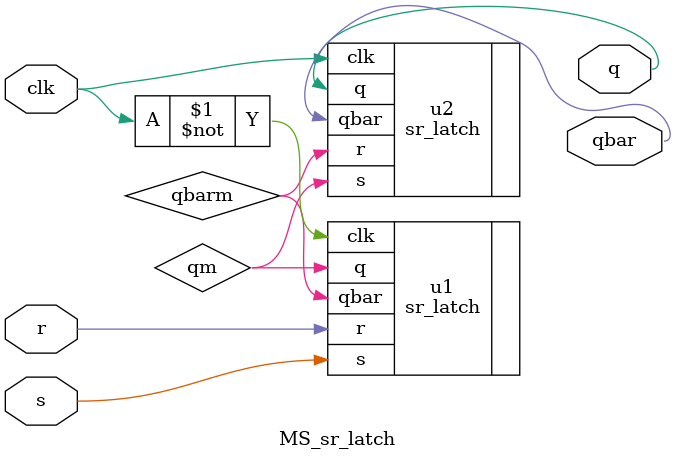
<source format=v>
`timescale 1ns / 1ps


module MS_sr_latch(input clk,input s,r,output q,qbar);
wire qm,qbarm;
sr_latch u1(.clk(~clk),.s(s),.r(r),.q(qm),.qbar(qbarm));
sr_latch u2(.clk(clk),.s(qm),.r(qbarm),.q(q),.qbar(qbar));
endmodule

</source>
